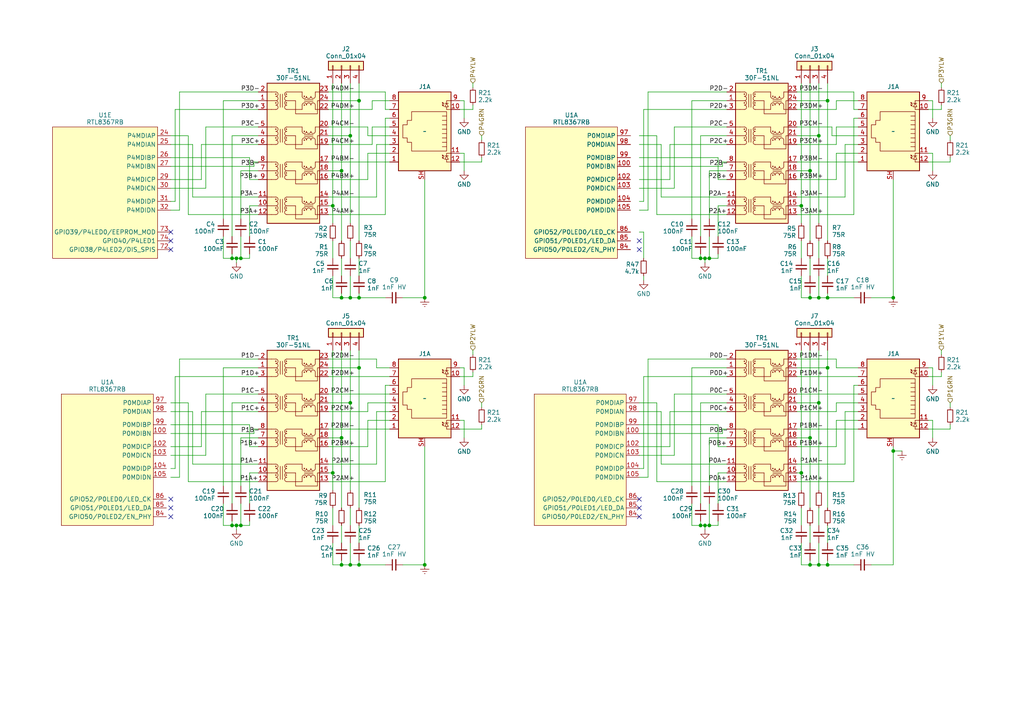
<source format=kicad_sch>
(kicad_sch (version 20230121) (generator eeschema)
  (paper "A4")
  (junction (at 232.41 137.16))
  (junction (at 234.95 127))
  (junction (at 204.47 74.93))
  (junction (at 69.85 74.93))
  (junction (at 68.58 74.93))
  (junction (at 101.6 39.37))
  (junction (at 99.06 127))
  (junction (at 104.14 106.68))
  (junction (at 234.95 163.83))
  (junction (at 96.52 137.16))
  (junction (at 237.49 163.83))
  (junction (at 240.03 86.36))
  (junction (at 203.2 74.93))
  (junction (at 101.6 116.84))
  (junction (at 205.74 74.93))
  (junction (at 237.49 86.36))
  (junction (at 96.52 59.69))
  (junction (at 67.31 74.93))
  (junction (at 123.19 86.36))
  (junction (at 101.6 86.36))
  (junction (at 259.08 86.36))
  (junction (at 68.58 152.4))
  (junction (at 104.14 86.36))
  (junction (at 234.95 86.36))
  (junction (at 99.06 86.36))
  (junction (at 69.85 152.4))
  (junction (at 203.2 152.4))
  (junction (at 240.03 29.21))
  (junction (at 232.41 59.69))
  (junction (at 237.49 116.84))
  (junction (at 205.74 152.4))
  (junction (at 104.14 29.21))
  (junction (at 234.95 49.53))
  (junction (at 237.49 39.37))
  (junction (at 104.14 163.83))
  (junction (at 99.06 49.53))
  (junction (at 240.03 163.83))
  (junction (at 259.08 130.81))
  (junction (at 204.47 152.4))
  (junction (at 240.03 106.68))
  (junction (at 123.19 163.83))
  (junction (at 99.06 163.83))
  (junction (at 67.31 152.4))
  (junction (at 101.6 163.83))
  (no_connect (at 49.53 67.31))
  (no_connect (at 185.42 149.86))
  (no_connect (at 49.53 144.78))
  (no_connect (at 49.53 147.32))
  (no_connect (at 49.53 149.86))
  (no_connect (at 49.53 72.39))
  (no_connect (at 185.42 69.85))
  (no_connect (at 185.42 144.78))
  (no_connect (at 185.42 72.39))
  (no_connect (at 49.53 69.85))
  (no_connect (at 185.42 147.32))
  (wire (pts (xy 231.14 119.38) (xy 242.57 119.38)))
  (wire (pts (xy 237.49 39.37) (xy 231.14 39.37)))
  (wire (pts (xy 210.82 46.99) (xy 209.55 46.99)))
  (wire (pts (xy 232.41 69.85) (xy 232.41 74.93)))
  (wire (pts (xy 72.39 129.54) (xy 74.93 129.54)))
  (wire (pts (xy 137.16 24.13) (xy 137.16 25.4)))
  (wire (pts (xy 232.41 101.6) (xy 232.41 137.16)))
  (wire (pts (xy 106.68 116.84) (xy 113.03 116.84)))
  (wire (pts (xy 96.52 24.13) (xy 96.52 59.69)))
  (wire (pts (xy 242.57 106.68) (xy 248.92 106.68)))
  (wire (pts (xy 69.85 127) (xy 69.85 140.97)))
  (wire (pts (xy 231.14 139.7) (xy 247.65 139.7)))
  (wire (pts (xy 95.25 104.14) (xy 109.22 104.14)))
  (wire (pts (xy 96.52 147.32) (xy 96.52 152.4)))
  (wire (pts (xy 104.14 152.4) (xy 104.14 157.48)))
  (wire (pts (xy 232.41 137.16) (xy 232.41 142.24)))
  (wire (pts (xy 54.61 39.37) (xy 54.61 62.23)))
  (wire (pts (xy 101.6 157.48) (xy 101.6 163.83)))
  (wire (pts (xy 275.59 124.46) (xy 275.59 123.19)))
  (wire (pts (xy 234.95 127) (xy 231.14 127)))
  (wire (pts (xy 67.31 152.4) (xy 64.77 152.4)))
  (wire (pts (xy 95.25 114.3) (xy 113.03 114.3)))
  (wire (pts (xy 232.41 163.83) (xy 234.95 163.83)))
  (wire (pts (xy 185.42 119.38) (xy 191.77 119.38)))
  (wire (pts (xy 106.68 39.37) (xy 113.03 39.37)))
  (wire (pts (xy 237.49 101.6) (xy 237.49 116.84)))
  (wire (pts (xy 99.06 101.6) (xy 99.06 127)))
  (wire (pts (xy 95.25 36.83) (xy 106.68 36.83)))
  (wire (pts (xy 259.08 130.81) (xy 259.08 163.83)))
  (wire (pts (xy 50.8 109.22) (xy 74.93 109.22)))
  (wire (pts (xy 73.66 124.46) (xy 73.66 125.73)))
  (wire (pts (xy 95.25 134.62) (xy 109.22 134.62)))
  (wire (pts (xy 104.14 24.13) (xy 104.14 29.21)))
  (wire (pts (xy 185.42 132.08) (xy 195.58 132.08)))
  (wire (pts (xy 185.42 45.72) (xy 208.28 45.72)))
  (wire (pts (xy 237.49 39.37) (xy 237.49 64.77)))
  (wire (pts (xy 208.28 59.69) (xy 208.28 68.58)))
  (wire (pts (xy 99.06 163.83) (xy 101.6 163.83)))
  (wire (pts (xy 49.53 41.91) (xy 55.88 41.91)))
  (wire (pts (xy 185.42 41.91) (xy 191.77 41.91)))
  (wire (pts (xy 74.93 137.16) (xy 72.39 137.16)))
  (wire (pts (xy 72.39 137.16) (xy 72.39 146.05)))
  (wire (pts (xy 49.53 125.73) (xy 73.66 125.73)))
  (wire (pts (xy 273.05 101.6) (xy 273.05 102.87)))
  (wire (pts (xy 72.39 152.4) (xy 69.85 152.4)))
  (wire (pts (xy 205.74 74.93) (xy 204.47 74.93)))
  (wire (pts (xy 247.65 26.67) (xy 247.65 31.75)))
  (wire (pts (xy 194.31 41.91) (xy 210.82 41.91)))
  (wire (pts (xy 107.95 29.21) (xy 107.95 31.75)))
  (wire (pts (xy 232.41 80.01) (xy 232.41 86.36)))
  (wire (pts (xy 133.35 46.99) (xy 139.7 46.99)))
  (wire (pts (xy 186.69 67.31) (xy 185.42 67.31)))
  (wire (pts (xy 113.03 36.83) (xy 107.95 36.83)))
  (wire (pts (xy 113.03 31.75) (xy 111.76 31.75)))
  (wire (pts (xy 240.03 152.4) (xy 240.03 157.48)))
  (wire (pts (xy 210.82 116.84) (xy 203.2 116.84)))
  (wire (pts (xy 208.28 52.07) (xy 210.82 52.07)))
  (wire (pts (xy 234.95 101.6) (xy 234.95 127)))
  (wire (pts (xy 195.58 36.83) (xy 195.58 54.61)))
  (wire (pts (xy 68.58 74.93) (xy 68.58 76.2)))
  (wire (pts (xy 190.5 116.84) (xy 190.5 139.7)))
  (wire (pts (xy 133.35 31.75) (xy 137.16 31.75)))
  (wire (pts (xy 200.66 140.97) (xy 200.66 106.68)))
  (wire (pts (xy 231.14 52.07) (xy 242.57 52.07)))
  (wire (pts (xy 252.73 86.36) (xy 259.08 86.36)))
  (wire (pts (xy 58.42 41.91) (xy 74.93 41.91)))
  (wire (pts (xy 232.41 86.36) (xy 234.95 86.36)))
  (wire (pts (xy 58.42 119.38) (xy 74.93 119.38)))
  (wire (pts (xy 139.7 46.99) (xy 139.7 45.72)))
  (wire (pts (xy 113.03 29.21) (xy 107.95 29.21)))
  (wire (pts (xy 104.14 29.21) (xy 95.25 29.21)))
  (wire (pts (xy 232.41 24.13) (xy 232.41 59.69)))
  (wire (pts (xy 269.24 29.21) (xy 270.51 29.21)))
  (wire (pts (xy 200.66 146.05) (xy 200.66 152.4)))
  (wire (pts (xy 133.35 44.45) (xy 134.62 44.45)))
  (wire (pts (xy 275.59 116.84) (xy 275.59 118.11)))
  (wire (pts (xy 95.25 26.67) (xy 111.76 26.67)))
  (wire (pts (xy 185.42 123.19) (xy 208.28 123.19)))
  (wire (pts (xy 237.49 116.84) (xy 237.49 142.24)))
  (wire (pts (xy 203.2 152.4) (xy 200.66 152.4)))
  (wire (pts (xy 240.03 101.6) (xy 240.03 106.68)))
  (wire (pts (xy 101.6 39.37) (xy 101.6 64.77)))
  (wire (pts (xy 269.24 44.45) (xy 270.51 44.45)))
  (wire (pts (xy 275.59 46.99) (xy 275.59 45.72)))
  (wire (pts (xy 96.52 137.16) (xy 95.25 137.16)))
  (wire (pts (xy 49.53 132.08) (xy 59.69 132.08)))
  (wire (pts (xy 231.14 26.67) (xy 247.65 26.67)))
  (wire (pts (xy 240.03 74.93) (xy 240.03 80.01)))
  (wire (pts (xy 247.65 62.23) (xy 247.65 34.29)))
  (wire (pts (xy 185.42 135.89) (xy 186.69 135.89)))
  (wire (pts (xy 67.31 74.93) (xy 64.77 74.93)))
  (wire (pts (xy 208.28 152.4) (xy 205.74 152.4)))
  (wire (pts (xy 59.69 36.83) (xy 74.93 36.83)))
  (wire (pts (xy 232.41 137.16) (xy 231.14 137.16)))
  (wire (pts (xy 74.93 46.99) (xy 73.66 46.99)))
  (wire (pts (xy 101.6 86.36) (xy 104.14 86.36)))
  (wire (pts (xy 240.03 29.21) (xy 240.03 69.85)))
  (wire (pts (xy 50.8 58.42) (xy 50.8 31.75)))
  (wire (pts (xy 111.76 31.75) (xy 111.76 26.67)))
  (wire (pts (xy 74.93 116.84) (xy 67.31 116.84)))
  (wire (pts (xy 107.95 36.83) (xy 107.95 41.91)))
  (wire (pts (xy 104.14 101.6) (xy 104.14 106.68)))
  (wire (pts (xy 185.42 60.96) (xy 187.96 60.96)))
  (wire (pts (xy 245.11 57.15) (xy 245.11 41.91)))
  (wire (pts (xy 208.28 137.16) (xy 208.28 146.05)))
  (wire (pts (xy 109.22 41.91) (xy 113.03 41.91)))
  (wire (pts (xy 247.65 139.7) (xy 247.65 111.76)))
  (wire (pts (xy 208.28 73.66) (xy 208.28 74.93)))
  (wire (pts (xy 240.03 163.83) (xy 247.65 163.83)))
  (wire (pts (xy 186.69 74.93) (xy 186.69 67.31)))
  (wire (pts (xy 99.06 152.4) (xy 99.06 157.48)))
  (wire (pts (xy 190.5 39.37) (xy 185.42 39.37)))
  (wire (pts (xy 96.52 69.85) (xy 96.52 74.93)))
  (wire (pts (xy 64.77 29.21) (xy 74.93 29.21)))
  (wire (pts (xy 185.42 58.42) (xy 186.69 58.42)))
  (wire (pts (xy 139.7 39.37) (xy 139.7 40.64)))
  (wire (pts (xy 72.39 45.72) (xy 72.39 52.07)))
  (wire (pts (xy 269.24 124.46) (xy 275.59 124.46)))
  (wire (pts (xy 240.03 29.21) (xy 231.14 29.21)))
  (wire (pts (xy 109.22 134.62) (xy 109.22 119.38)))
  (wire (pts (xy 194.31 119.38) (xy 210.82 119.38)))
  (wire (pts (xy 240.03 86.36) (xy 247.65 86.36)))
  (wire (pts (xy 209.55 124.46) (xy 209.55 125.73)))
  (wire (pts (xy 64.77 63.5) (xy 64.77 29.21)))
  (wire (pts (xy 72.39 123.19) (xy 72.39 129.54)))
  (wire (pts (xy 133.35 124.46) (xy 139.7 124.46)))
  (wire (pts (xy 72.39 59.69) (xy 72.39 68.58)))
  (wire (pts (xy 107.95 31.75) (xy 95.25 31.75)))
  (wire (pts (xy 99.06 162.56) (xy 99.06 163.83)))
  (wire (pts (xy 139.7 116.84) (xy 139.7 118.11)))
  (wire (pts (xy 190.5 116.84) (xy 185.42 116.84)))
  (wire (pts (xy 205.74 74.93) (xy 205.74 68.58)))
  (wire (pts (xy 186.69 109.22) (xy 210.82 109.22)))
  (wire (pts (xy 242.57 29.21) (xy 242.57 31.75)))
  (wire (pts (xy 205.74 152.4) (xy 205.74 146.05)))
  (wire (pts (xy 52.07 104.14) (xy 52.07 138.43)))
  (wire (pts (xy 72.39 74.93) (xy 69.85 74.93)))
  (wire (pts (xy 52.07 26.67) (xy 52.07 60.96)))
  (wire (pts (xy 273.05 31.75) (xy 273.05 30.48)))
  (wire (pts (xy 74.93 59.69) (xy 72.39 59.69)))
  (wire (pts (xy 210.82 137.16) (xy 208.28 137.16)))
  (wire (pts (xy 241.3 39.37) (xy 248.92 39.37)))
  (wire (pts (xy 99.06 85.09) (xy 99.06 86.36)))
  (wire (pts (xy 111.76 62.23) (xy 111.76 34.29)))
  (wire (pts (xy 240.03 163.83) (xy 240.03 162.56)))
  (wire (pts (xy 95.25 57.15) (xy 109.22 57.15)))
  (wire (pts (xy 269.24 106.68) (xy 270.51 106.68)))
  (wire (pts (xy 210.82 134.62) (xy 191.77 134.62)))
  (wire (pts (xy 49.53 60.96) (xy 52.07 60.96)))
  (wire (pts (xy 99.06 127) (xy 95.25 127)))
  (wire (pts (xy 231.14 104.14) (xy 242.57 104.14)))
  (wire (pts (xy 208.28 129.54) (xy 210.82 129.54)))
  (wire (pts (xy 186.69 58.42) (xy 186.69 31.75)))
  (wire (pts (xy 234.95 74.93) (xy 234.95 80.01)))
  (wire (pts (xy 245.11 134.62) (xy 245.11 119.38)))
  (wire (pts (xy 205.74 127) (xy 205.74 140.97)))
  (wire (pts (xy 210.82 57.15) (xy 191.77 57.15)))
  (wire (pts (xy 270.51 121.92) (xy 270.51 127)))
  (wire (pts (xy 64.77 106.68) (xy 64.77 140.97)))
  (wire (pts (xy 137.16 31.75) (xy 137.16 30.48)))
  (wire (pts (xy 273.05 109.22) (xy 273.05 107.95)))
  (wire (pts (xy 95.25 46.99) (xy 113.03 46.99)))
  (wire (pts (xy 187.96 26.67) (xy 210.82 26.67)))
  (wire (pts (xy 73.66 46.99) (xy 73.66 48.26)))
  (wire (pts (xy 247.65 111.76) (xy 248.92 111.76)))
  (wire (pts (xy 210.82 39.37) (xy 203.2 39.37)))
  (wire (pts (xy 242.57 52.07) (xy 242.57 44.45)))
  (wire (pts (xy 237.49 116.84) (xy 231.14 116.84)))
  (wire (pts (xy 203.2 74.93) (xy 200.66 74.93)))
  (wire (pts (xy 104.14 29.21) (xy 104.14 69.85)))
  (wire (pts (xy 237.49 157.48) (xy 237.49 163.83)))
  (wire (pts (xy 231.14 109.22) (xy 248.92 109.22)))
  (wire (pts (xy 205.74 127) (xy 210.82 127)))
  (wire (pts (xy 186.69 80.01) (xy 186.69 81.28)))
  (wire (pts (xy 133.35 106.68) (xy 134.62 106.68)))
  (wire (pts (xy 240.03 86.36) (xy 240.03 85.09)))
  (wire (pts (xy 101.6 116.84) (xy 101.6 142.24)))
  (wire (pts (xy 69.85 127) (xy 74.93 127)))
  (wire (pts (xy 50.8 135.89) (xy 50.8 109.22)))
  (wire (pts (xy 96.52 101.6) (xy 96.52 137.16)))
  (wire (pts (xy 259.08 52.07) (xy 259.08 86.36)))
  (wire (pts (xy 190.5 39.37) (xy 190.5 62.23)))
  (wire (pts (xy 55.88 57.15) (xy 55.88 41.91)))
  (wire (pts (xy 96.52 86.36) (xy 99.06 86.36)))
  (wire (pts (xy 49.53 129.54) (xy 58.42 129.54)))
  (wire (pts (xy 109.22 104.14) (xy 109.22 106.68)))
  (wire (pts (xy 104.14 163.83) (xy 104.14 162.56)))
  (wire (pts (xy 245.11 41.91) (xy 248.92 41.91)))
  (wire (pts (xy 106.68 129.54) (xy 106.68 121.92)))
  (wire (pts (xy 270.51 106.68) (xy 270.51 111.76)))
  (wire (pts (xy 99.06 24.13) (xy 99.06 49.53)))
  (wire (pts (xy 232.41 59.69) (xy 232.41 64.77)))
  (wire (pts (xy 101.6 39.37) (xy 95.25 39.37)))
  (wire (pts (xy 269.24 31.75) (xy 273.05 31.75)))
  (wire (pts (xy 203.2 151.13) (xy 203.2 152.4)))
  (wire (pts (xy 106.68 52.07) (xy 106.68 44.45)))
  (wire (pts (xy 186.69 135.89) (xy 186.69 109.22)))
  (wire (pts (xy 67.31 151.13) (xy 67.31 152.4)))
  (wire (pts (xy 74.93 124.46) (xy 73.66 124.46)))
  (wire (pts (xy 101.6 147.32) (xy 101.6 152.4)))
  (wire (pts (xy 204.47 152.4) (xy 204.47 153.67)))
  (wire (pts (xy 273.05 24.13) (xy 273.05 25.4)))
  (wire (pts (xy 195.58 114.3) (xy 195.58 132.08)))
  (wire (pts (xy 74.93 57.15) (xy 55.88 57.15)))
  (wire (pts (xy 134.62 29.21) (xy 134.62 34.29)))
  (wire (pts (xy 95.25 41.91) (xy 107.95 41.91)))
  (wire (pts (xy 133.35 109.22) (xy 137.16 109.22)))
  (wire (pts (xy 241.3 36.83) (xy 241.3 39.37)))
  (wire (pts (xy 210.82 139.7) (xy 190.5 139.7)))
  (wire (pts (xy 101.6 24.13) (xy 101.6 39.37)))
  (wire (pts (xy 58.42 41.91) (xy 58.42 52.07)))
  (wire (pts (xy 234.95 86.36) (xy 237.49 86.36)))
  (wire (pts (xy 68.58 152.4) (xy 67.31 152.4)))
  (wire (pts (xy 237.49 80.01) (xy 237.49 86.36)))
  (wire (pts (xy 96.52 59.69) (xy 96.52 64.77)))
  (wire (pts (xy 54.61 116.84) (xy 49.53 116.84)))
  (wire (pts (xy 205.74 49.53) (xy 205.74 63.5)))
  (wire (pts (xy 55.88 134.62) (xy 55.88 119.38)))
  (wire (pts (xy 232.41 157.48) (xy 232.41 163.83)))
  (wire (pts (xy 242.57 36.83) (xy 248.92 36.83)))
  (wire (pts (xy 49.53 45.72) (xy 72.39 45.72)))
  (wire (pts (xy 194.31 41.91) (xy 194.31 52.07)))
  (wire (pts (xy 234.95 24.13) (xy 234.95 49.53)))
  (wire (pts (xy 109.22 119.38) (xy 113.03 119.38)))
  (wire (pts (xy 69.85 152.4) (xy 69.85 146.05)))
  (wire (pts (xy 123.19 52.07) (xy 123.19 86.36)))
  (wire (pts (xy 69.85 152.4) (xy 68.58 152.4)))
  (wire (pts (xy 191.77 57.15) (xy 191.77 41.91)))
  (wire (pts (xy 69.85 49.53) (xy 69.85 63.5)))
  (wire (pts (xy 134.62 121.92) (xy 134.62 127)))
  (wire (pts (xy 185.42 54.61) (xy 195.58 54.61)))
  (wire (pts (xy 96.52 157.48) (xy 96.52 163.83)))
  (wire (pts (xy 101.6 116.84) (xy 95.25 116.84)))
  (wire (pts (xy 232.41 147.32) (xy 232.41 152.4)))
  (wire (pts (xy 270.51 44.45) (xy 270.51 49.53)))
  (wire (pts (xy 95.25 62.23) (xy 111.76 62.23)))
  (wire (pts (xy 231.14 31.75) (xy 242.57 31.75)))
  (wire (pts (xy 109.22 57.15) (xy 109.22 41.91)))
  (wire (pts (xy 101.6 101.6) (xy 101.6 116.84)))
  (wire (pts (xy 74.93 134.62) (xy 55.88 134.62)))
  (wire (pts (xy 242.57 121.92) (xy 248.92 121.92)))
  (wire (pts (xy 104.14 106.68) (xy 104.14 147.32)))
  (wire (pts (xy 210.82 62.23) (xy 190.5 62.23)))
  (wire (pts (xy 242.57 44.45) (xy 248.92 44.45)))
  (wire (pts (xy 96.52 80.01) (xy 96.52 86.36)))
  (wire (pts (xy 68.58 74.93) (xy 67.31 74.93)))
  (wire (pts (xy 194.31 119.38) (xy 194.31 129.54)))
  (wire (pts (xy 137.16 101.6) (xy 137.16 102.87)))
  (wire (pts (xy 208.28 123.19) (xy 208.28 129.54)))
  (wire (pts (xy 275.59 39.37) (xy 275.59 40.64)))
  (wire (pts (xy 234.95 127) (xy 234.95 147.32)))
  (wire (pts (xy 104.14 86.36) (xy 104.14 85.09)))
  (wire (pts (xy 50.8 31.75) (xy 74.93 31.75)))
  (wire (pts (xy 109.22 106.68) (xy 113.03 106.68)))
  (wire (pts (xy 231.14 114.3) (xy 248.92 114.3)))
  (wire (pts (xy 247.65 34.29) (xy 248.92 34.29)))
  (wire (pts (xy 54.61 39.37) (xy 49.53 39.37)))
  (wire (pts (xy 231.14 46.99) (xy 248.92 46.99)))
  (wire (pts (xy 134.62 106.68) (xy 134.62 111.76)))
  (wire (pts (xy 64.77 68.58) (xy 64.77 74.93)))
  (wire (pts (xy 49.53 123.19) (xy 72.39 123.19)))
  (wire (pts (xy 99.06 49.53) (xy 99.06 69.85)))
  (wire (pts (xy 185.42 125.73) (xy 209.55 125.73)))
  (wire (pts (xy 72.39 52.07) (xy 74.93 52.07)))
  (wire (pts (xy 245.11 119.38) (xy 248.92 119.38)))
  (wire (pts (xy 58.42 119.38) (xy 58.42 129.54)))
  (wire (pts (xy 111.76 34.29) (xy 113.03 34.29)))
  (wire (pts (xy 191.77 134.62) (xy 191.77 119.38)))
  (wire (pts (xy 269.24 109.22) (xy 273.05 109.22)))
  (wire (pts (xy 111.76 139.7) (xy 111.76 111.76)))
  (wire (pts (xy 237.49 86.36) (xy 240.03 86.36)))
  (wire (pts (xy 252.73 163.83) (xy 259.08 163.83)))
  (wire (pts (xy 96.52 163.83) (xy 99.06 163.83)))
  (wire (pts (xy 248.92 29.21) (xy 242.57 29.21)))
  (wire (pts (xy 234.95 85.09) (xy 234.95 86.36)))
  (wire (pts (xy 208.28 74.93) (xy 205.74 74.93)))
  (wire (pts (xy 106.68 36.83) (xy 106.68 39.37)))
  (wire (pts (xy 133.35 121.92) (xy 134.62 121.92)))
  (wire (pts (xy 116.84 163.83) (xy 123.19 163.83)))
  (wire (pts (xy 210.82 59.69) (xy 208.28 59.69)))
  (wire (pts (xy 269.24 46.99) (xy 275.59 46.99)))
  (wire (pts (xy 104.14 86.36) (xy 111.76 86.36)))
  (wire (pts (xy 232.41 59.69) (xy 231.14 59.69)))
  (wire (pts (xy 242.57 104.14) (xy 242.57 106.68)))
  (wire (pts (xy 59.69 36.83) (xy 59.69 54.61)))
  (wire (pts (xy 106.68 44.45) (xy 113.03 44.45)))
  (wire (pts (xy 240.03 106.68) (xy 231.14 106.68)))
  (wire (pts (xy 69.85 74.93) (xy 68.58 74.93)))
  (wire (pts (xy 64.77 146.05) (xy 64.77 152.4)))
  (wire (pts (xy 49.53 119.38) (xy 55.88 119.38)))
  (wire (pts (xy 133.35 29.21) (xy 134.62 29.21)))
  (wire (pts (xy 67.31 73.66) (xy 67.31 74.93)))
  (wire (pts (xy 49.53 58.42) (xy 50.8 58.42)))
  (wire (pts (xy 68.58 152.4) (xy 68.58 153.67)))
  (wire (pts (xy 74.93 139.7) (xy 54.61 139.7)))
  (wire (pts (xy 59.69 114.3) (xy 74.93 114.3)))
  (wire (pts (xy 67.31 39.37) (xy 67.31 68.58)))
  (wire (pts (xy 240.03 24.13) (xy 240.03 29.21)))
  (wire (pts (xy 95.25 124.46) (xy 113.03 124.46)))
  (wire (pts (xy 203.2 73.66) (xy 203.2 74.93)))
  (wire (pts (xy 195.58 114.3) (xy 210.82 114.3)))
  (wire (pts (xy 139.7 124.46) (xy 139.7 123.19)))
  (wire (pts (xy 200.66 106.68) (xy 210.82 106.68)))
  (wire (pts (xy 248.92 116.84) (xy 242.57 116.84)))
  (wire (pts (xy 237.49 163.83) (xy 240.03 163.83)))
  (wire (pts (xy 231.14 134.62) (xy 245.11 134.62)))
  (wire (pts (xy 187.96 26.67) (xy 187.96 60.96)))
  (wire (pts (xy 72.39 73.66) (xy 72.39 74.93)))
  (wire (pts (xy 259.08 129.54) (xy 259.08 130.81)))
  (wire (pts (xy 106.68 116.84) (xy 106.68 119.38)))
  (wire (pts (xy 95.25 119.38) (xy 106.68 119.38)))
  (wire (pts (xy 69.85 49.53) (xy 74.93 49.53)))
  (wire (pts (xy 259.08 130.81) (xy 261.62 130.81)))
  (wire (pts (xy 95.25 129.54) (xy 106.68 129.54)))
  (wire (pts (xy 187.96 104.14) (xy 210.82 104.14)))
  (wire (pts (xy 234.95 49.53) (xy 231.14 49.53)))
  (wire (pts (xy 205.74 152.4) (xy 204.47 152.4)))
  (wire (pts (xy 237.49 24.13) (xy 237.49 39.37)))
  (wire (pts (xy 237.49 147.32) (xy 237.49 152.4)))
  (wire (pts (xy 99.06 127) (xy 99.06 147.32)))
  (wire (pts (xy 247.65 31.75) (xy 248.92 31.75)))
  (wire (pts (xy 186.69 31.75) (xy 210.82 31.75)))
  (wire (pts (xy 270.51 29.21) (xy 270.51 34.29)))
  (wire (pts (xy 187.96 104.14) (xy 187.96 138.43)))
  (wire (pts (xy 185.42 129.54) (xy 194.31 129.54)))
  (wire (pts (xy 95.25 139.7) (xy 111.76 139.7)))
  (wire (pts (xy 185.42 48.26) (xy 209.55 48.26)))
  (wire (pts (xy 64.77 106.68) (xy 74.93 106.68)))
  (wire (pts (xy 231.14 129.54) (xy 242.57 129.54)))
  (wire (pts (xy 203.2 116.84) (xy 203.2 146.05)))
  (wire (pts (xy 52.07 26.67) (xy 74.93 26.67)))
  (wire (pts (xy 67.31 116.84) (xy 67.31 146.05)))
  (wire (pts (xy 106.68 121.92) (xy 113.03 121.92)))
  (wire (pts (xy 200.66 29.21) (xy 210.82 29.21)))
  (wire (pts (xy 195.58 36.83) (xy 210.82 36.83)))
  (wire (pts (xy 101.6 80.01) (xy 101.6 86.36)))
  (wire (pts (xy 49.53 48.26) (xy 73.66 48.26)))
  (wire (pts (xy 72.39 151.13) (xy 72.39 152.4)))
  (wire (pts (xy 99.06 86.36) (xy 101.6 86.36)))
  (wire (pts (xy 204.47 152.4) (xy 203.2 152.4)))
  (wire (pts (xy 137.16 109.22) (xy 137.16 107.95)))
  (wire (pts (xy 101.6 69.85) (xy 101.6 74.93)))
  (wire (pts (xy 208.28 45.72) (xy 208.28 52.07)))
  (wire (pts (xy 234.95 152.4) (xy 234.95 157.48)))
  (wire (pts (xy 69.85 74.93) (xy 69.85 68.58)))
  (wire (pts (xy 200.66 63.5) (xy 200.66 29.21)))
  (wire (pts (xy 54.61 116.84) (xy 54.61 139.7)))
  (wire (pts (xy 95.25 52.07) (xy 106.68 52.07)))
  (wire (pts (xy 234.95 163.83) (xy 237.49 163.83)))
  (wire (pts (xy 111.76 111.76) (xy 113.03 111.76)))
  (wire (pts (xy 234.95 49.53) (xy 234.95 69.85)))
  (wire (pts (xy 209.55 46.99) (xy 209.55 48.26)))
  (wire (pts (xy 74.93 39.37) (xy 67.31 39.37)))
  (wire (pts (xy 104.14 106.68) (xy 95.25 106.68)))
  (wire (pts (xy 116.84 86.36) (xy 123.19 86.36)))
  (wire (pts (xy 240.03 106.68) (xy 240.03 147.32)))
  (wire (pts (xy 96.52 59.69) (xy 95.25 59.69)))
  (wire (pts (xy 49.53 138.43) (xy 52.07 138.43)))
  (wire (pts (xy 104.14 74.93) (xy 104.14 80.01)))
  (wire (pts (xy 104.14 163.83) (xy 111.76 163.83)))
  (wire (pts (xy 59.69 114.3) (xy 59.69 132.08)))
  (wire (pts (xy 231.14 41.91) (xy 242.57 41.91)))
  (wire (pts (xy 242.57 129.54) (xy 242.57 121.92)))
  (wire (pts (xy 185.42 138.43) (xy 187.96 138.43)))
  (wire (pts (xy 95.25 109.22) (xy 113.03 109.22)))
  (wire (pts (xy 49.53 54.61) (xy 59.69 54.61)))
  (wire (pts (xy 74.93 62.23) (xy 54.61 62.23)))
  (wire (pts (xy 231.14 36.83) (xy 241.3 36.83)))
  (wire (pts (xy 234.95 162.56) (xy 234.95 163.83)))
  (wire (pts (xy 49.53 52.07) (xy 58.42 52.07)))
  (wire (pts (xy 208.28 151.13) (xy 208.28 152.4)))
  (wire (pts (xy 185.42 52.07) (xy 194.31 52.07)))
  (wire (pts (xy 237.49 69.85) (xy 237.49 74.93)))
  (wire (pts (xy 204.47 74.93) (xy 204.47 76.2)))
  (wire (pts (xy 269.24 121.92) (xy 270.51 121.92)))
  (wire (pts (xy 231.14 57.15) (xy 245.11 57.15)))
  (wire (pts (xy 123.19 129.54) (xy 123.19 163.83)))
  (wire (pts (xy 204.47 74.93) (xy 203.2 74.93)))
  (wire (pts (xy 205.74 49.53) (xy 210.82 49.53)))
  (wire (pts (xy 200.66 68.58) (xy 200.66 74.93)))
  (wire (pts (xy 231.14 62.23) (xy 247.65 62.23)))
  (wire (pts (xy 101.6 163.83) (xy 104.14 163.83)))
  (wire (pts (xy 96.52 137.16) (xy 96.52 142.24)))
  (wire (pts (xy 49.53 135.89) (xy 50.8 135.89)))
  (wire (pts (xy 99.06 49.53) (xy 95.25 49.53)))
  (wire (pts (xy 52.07 104.14) (xy 74.93 104.14)))
  (wire (pts (xy 203.2 39.37) (xy 203.2 68.58)))
  (wire (pts (xy 242.57 36.83) (xy 242.57 41.91)))
  (wire (pts (xy 99.06 74.93) (xy 99.06 80.01)))
  (wire (pts (xy 134.62 44.45) (xy 134.62 49.53)))
  (wire (pts (xy 242.57 116.84) (xy 242.57 119.38)))
  (wire (pts (xy 210.82 124.46) (xy 209.55 124.46)))
  (wire (pts (xy 231.14 124.46) (xy 248.92 124.46)))
  (label "P1C-" (at 69.85 114.3 0))
  (label "P1BM+" (at 238.76 129.54 180))
  (label "P2DM+" (at 102.87 109.22 180))
  (label "P1B+" (at 74.93 129.54 180))
  (label "P1B-" (at 69.85 125.73 0))
  (label "P0C+" (at 205.74 119.38 0))
  (label "P1C+" (at 69.85 119.38 0))
  (label "P0C-" (at 205.74 114.3 0))
  (label "P3BM+" (at 238.76 52.07 180))
  (label "P2DM-" (at 102.87 104.14 180))
  (label "P3DM-" (at 238.76 26.67 180))
  (label "P2AM+" (at 102.87 139.7 180))
  (label "P4AM-" (at 102.87 57.15 180))
  (label "P2C+" (at 205.74 41.91 0))
  (label "P2D+" (at 205.74 31.75 0))
  (label "P0D-" (at 205.74 104.14 0))
  (label "P1CM-" (at 238.76 114.3 180))
  (label "P1CM+" (at 238.76 119.38 180))
  (label "P3AM-" (at 238.76 57.15 180))
  (label "P2BM-" (at 102.87 124.46 180))
  (label "P1BM-" (at 238.76 124.46 180))
  (label "P1AM+" (at 238.76 139.7 180))
  (label "P4DM-" (at 102.87 26.67 180))
  (label "P3DM+" (at 238.76 31.75 180))
  (label "P3A-" (at 74.93 57.15 180))
  (label "P1A-" (at 74.93 134.62 180))
  (label "P2BM+" (at 102.87 129.54 180))
  (label "P0D+" (at 205.74 109.22 0))
  (label "P0A-" (at 210.82 134.62 180))
  (label "P2A+" (at 210.82 62.23 180))
  (label "P1D-" (at 69.85 104.14 0))
  (label "P2B+" (at 210.82 52.07 180))
  (label "P3D-" (at 69.85 26.67 0))
  (label "P2D-" (at 205.74 26.67 0))
  (label "P0B-" (at 205.74 125.73 0))
  (label "P2B-" (at 205.74 48.26 0))
  (label "P0A+" (at 210.82 139.7 180))
  (label "P4DM+" (at 102.87 31.75 180))
  (label "P1AM-" (at 238.76 134.62 180))
  (label "P4AM+" (at 102.87 62.23 180))
  (label "P2AM-" (at 102.87 134.62 180))
  (label "P2A-" (at 210.82 57.15 180))
  (label "P4BM-" (at 102.87 46.99 180))
  (label "P3C+" (at 69.85 41.91 0))
  (label "P4BM+" (at 102.87 52.07 180))
  (label "P3AM+" (at 238.76 62.23 180))
  (label "P3B+" (at 74.93 52.07 180))
  (label "P1D+" (at 69.85 109.22 0))
  (label "P2CM+" (at 102.87 119.38 180))
  (label "P0B+" (at 210.82 129.54 180))
  (label "P3D+" (at 69.85 31.75 0))
  (label "P2CM-" (at 102.87 114.3 180))
  (label "P3CM+" (at 238.76 41.91 180))
  (label "P3C-" (at 69.85 36.83 0))
  (label "P1DM+" (at 238.76 109.22 180))
  (label "P3B-" (at 69.85 48.26 0))
  (label "P2C-" (at 205.74 36.83 0))
  (label "P3CM-" (at 238.76 36.83 180))
  (label "P3BM-" (at 238.76 46.99 180))
  (label "P3A+" (at 74.93 62.23 180))
  (label "P4CM-" (at 102.87 36.83 180))
  (label "P1A+" (at 74.93 139.7 180))
  (label "P1DM-" (at 238.76 104.14 180))
  (label "P4CM+" (at 102.87 41.91 180))
  (hierarchical_label "P2YLW" (shape input) (at 137.16 101.6 90))
  (hierarchical_label "P3YLW" (shape input) (at 273.05 24.13 90))
  (hierarchical_label "P1YLW" (shape input) (at 273.05 101.6 90))
  (hierarchical_label "P3GRN" (shape input) (at 275.59 39.37 90))
  (hierarchical_label "P4GRN" (shape input) (at 139.7 39.37 90))
  (hierarchical_label "P1GRN" (shape input) (at 275.59 116.84 90))
  (hierarchical_label "P2GRN" (shape input) (at 139.7 116.84 90))
  (hierarchical_label "P4YLW" (shape input) (at 137.16 24.13 90))
  (symbol (lib_id "Device:C_Small") (at 99.06 160.02 0) (mirror y) (unit 1)
    (property "Reference" "C24" (at 96.7359 159.0023 0) (effects (justify left)))
    (property "Value" "1nF" (at 96.7359 161.0503 0) (effects (justify left)))
    (property "Footprint" "Capacitor_SMD:C_0402_1005Metric" (effects hide))
    (property "LCSC" "C1523" (effects hide))
  )
  (symbol (lib_id "Device:C_Small") (at 200.66 66.04 0) (mirror y) (unit 1)
    (property "Reference" "C10" (at 198.3359 65.0223 0) (effects (justify left)))
    (property "Value" "100nF" (at 198.3359 67.0703 0) (effects (justify left)))
    (property "Footprint" "Capacitor_SMD:C_0402_1005Metric" (effects hide))
    (property "LCSC" "C1525" (effects hide))
  )
  (symbol (lib_id "Device:R_Small") (at 99.06 149.86 0) (mirror y) (unit 1)
    (property "Reference" "R10" (at 95.25 149.082 0) (effects (justify left)))
    (property "Value" "75R" (at 95.25 151.13 0) (effects (justify left)))
    (property "Footprint" "Resistor_SMD:R_0402_1005Metric" (effects hide))
    (property "LCSC" "C25133" (effects hide))
  )
  (symbol (lib_id "Device:C_Small") (at 203.2 71.12 0) (mirror y) (unit 1)
    (property "Reference" "C11" (at 200.8759 70.1023 0) (effects (justify left)))
    (property "Value" "100nF" (at 200.8759 72.1503 0) (effects (justify left)))
    (property "Footprint" "Capacitor_SMD:C_0402_1005Metric" (effects hide))
    (property "LCSC" "C1525" (effects hide))
  )
  (symbol (lib_id "Device:C_Small") (at 96.52 77.47 0) (mirror y) (unit 1)
    (property "Reference" "C5" (at 94.1959 76.4523 0) (effects (justify left)))
    (property "Value" "1nF" (at 94.1959 78.5003 0) (effects (justify left)))
    (property "Footprint" "Capacitor_SMD:C_0402_1005Metric" (effects hide))
    (property "LCSC" "C1523" (effects hide))
  )
  (symbol (lib_id "Device:C_Small") (at 208.28 71.12 0) (unit 1)
    (property "Reference" "C13" (at 210.6041 70.1023 0) (effects (justify left)))
    (property "Value" "100nF" (at 210.6041 72.1503 0) (effects (justify left)))
    (property "Footprint" "Capacitor_SMD:C_0402_1005Metric" (effects hide))
    (property "LCSC" "C1525" (effects hide))
  )
  (symbol (lib_id "Device:C_Small") (at 205.74 143.51 180) (unit 1)
    (property "Reference" "C30" (at 208.0641 142.4796 0) (effects (justify right)))
    (property "Value" "100nF" (at 208.0641 144.5276 0) (effects (justify right)))
    (property "Footprint" "Capacitor_SMD:C_0402_1005Metric" (effects hide))
    (property "LCSC" "C1525" (effects hide))
  )
  (symbol (lib_id "power:GND") (at 134.62 127 0) (unit 1)
    (property "Reference" "#PWR0166" (effects hide))
    (property "Value" "GND" (at 134.62 130.945 0))
  )
  (symbol (lib_id "Device:R_Small") (at 137.16 105.41 0) (unit 1)
    (property "Reference" "R21" (at 138.6586 104.386 0) (effects (justify left)))
    (property "Value" "2.2k" (at 138.6586 106.434 0) (effects (justify left)))
    (property "Footprint" "Resistor_SMD:R_0402_1005Metric" (effects hide))
    (property "LCSC" "C25879" (effects hide))
    (instances (project "OpenHomeSwitch" (path "" (reference "R21") (unit 1)) (path "" (reference "R26") (unit 1)) (path "" (reference "R58") (unit 1)) (path "" (reference "R103") (unit 1))))
  )
  (symbol (lib_id "Device:C_Small") (at 237.49 77.47 180) (unit 1)
    (property "Reference" "C16" (at 239.8141 76.4396 0) (effects (justify right)))
    (property "Value" "1nF" (at 239.8141 78.4876 0) (effects (justify right)))
    (property "Footprint" "Capacitor_SMD:C_0402_1005Metric" (effects hide))
    (property "LCSC" "C1523" (effects hide))
  )
  (symbol (lib_id "power:Earth") (at 259.08 86.36 0) (unit 1)
    (property "Reference" "#PWR066" (effects hide))
    (property "Value" "Earth" (effects hide))
  )
  (symbol (lib_id "Device:C_Small") (at 240.03 82.55 0) (unit 1)
    (property "Reference" "C17" (at 242.3541 81.5323 0) (effects (justify left)))
    (property "Value" "1nF" (at 242.3541 83.5803 0) (effects (justify left)))
    (property "Footprint" "Capacitor_SMD:C_0402_1005Metric" (effects hide))
    (property "LCSC" "C1523" (effects hide))
  )
  (symbol (lib_id "Transformer:30F-51NL") (at 85.09 44.45 0) (unit 1)
    (property "Reference" "TR1" (at 85.09 20.55 0))
    (property "Value" "30F-51NL" (at 85.09 22.598 0))
    (property "Footprint" "Transformer_SMD:Transformer_Ethernet_YDS_30F-51NL_SO-24_7.1x15.1mm" (effects hide))
    (property "Datasheet" "https://datasheet.lcsc.com/lcsc/1811051610_Shanghai-YDS-Tech-30F-51NL_C123168.pdf" (effects hide))
    (property "LCSC" "C507595" (effects hide))
  )
  (symbol (lib_id "Device:C_Small") (at 114.3 86.36 90) (unit 1)
    (property "Reference" "C9" (at 114.3063 81.2179 90))
    (property "Value" "1nF HV" (at 114.3063 83.2659 90))
    (property "Footprint" "Capacitor_SMD:C_1206_3216Metric" (effects hide))
    (property "LCSC" "C9196" (effects hide))
  )
  (symbol (lib_id "power:GND") (at 134.62 34.29 0) (unit 1)
    (property "Reference" "#PWR0162" (effects hide))
    (property "Value" "GND" (at 134.62 38.235 0))
  )
  (symbol (lib_id "Device:C_Small") (at 64.77 66.04 0) (mirror y) (unit 1)
    (property "Reference" "C4" (at 62.4459 65.0223 0) (effects (justify left)))
    (property "Value" "100nF" (at 62.4459 67.0703 0) (effects (justify left)))
    (property "Footprint" "Capacitor_SMD:C_0402_1005Metric" (effects hide))
    (property "LCSC" "C1525" (effects hide))
  )
  (symbol (lib_id "Connector_Generic:Conn_01x04") (at 234.95 96.52 90) (unit 1)
    (property "Reference" "J7" (at 236.22 91.67 90))
    (property "Value" "Conn_01x04" (at 236.22 93.718 90))
    (property "Footprint" "Connector_PinHeader_2.54mm:PinHeader_1x04_P2.54mm_Vertical" (effects hide))
    (property "LCSC" "C780062" (effects hide))
  )
  (symbol (lib_id "Device:R_Small") (at 237.49 67.31 0) (unit 1)
    (property "Reference" "R7" (at 241.3 66.04 0) (effects (justify left)))
    (property "Value" "75R" (at 241.3 68.088 0) (effects (justify left)))
    (property "Footprint" "Resistor_SMD:R_0402_1005Metric" (effects hide))
    (property "LCSC" "C25133" (effects hide))
  )
  (symbol (lib_id "Device:R_Small") (at 275.59 120.65 0) (unit 1)
    (property "Reference" "R21" (at 277.0886 119.626 0) (effects (justify left)))
    (property "Value" "2.2k" (at 277.0886 121.674 0) (effects (justify left)))
    (property "Footprint" "Resistor_SMD:R_0402_1005Metric" (effects hide))
    (property "LCSC" "C25879" (effects hide))
    (instances (project "OpenHomeSwitch" (path "" (reference "R21") (unit 1)) (path "" (reference "R26") (unit 1)) (path "" (reference "R58") (unit 1)) (path "" (reference "R104") (unit 1))))
  )
  (symbol (lib_id "Connector_Generic:Conn_01x04") (at 99.06 19.05 90) (unit 1)
    (property "Reference" "J2" (at 100.33 14.2 90))
    (property "Value" "Conn_01x04" (at 100.33 16.248 90))
    (property "Footprint" "Connector_PinHeader_2.54mm:PinHeader_1x04_P2.54mm_Vertical" (effects hide))
    (property "LCSC" "C780062" (effects hide))
  )
  (symbol (lib_id "Device:R_Small") (at 101.6 144.78 0) (unit 1)
    (property "Reference" "R11" (at 105.41 143.51 0) (effects (justify left)))
    (property "Value" "75R" (at 105.41 145.558 0) (effects (justify left)))
    (property "Footprint" "Resistor_SMD:R_0402_1005Metric" (effects hide))
    (property "LCSC" "C25133" (effects hide))
  )
  (symbol (lib_id "Connector_RJ_HCTL:HC-RJ45-5JA-4-1") (at 259.08 115.57 0) (mirror y) (unit 1)
    (property "Reference" "J1" (at 259.08 102.608 0))
    (property "Value" "~" (at 259.08 115.57 0))
    (property "Footprint" "Connector_RJ_HCTL:HC-RJ45-5JA-4-1" (effects hide))
    (property "LCSC" "C3000182" (effects hide))
    (instances (project "OpenHomeSwitch" (path "" (reference "J1") (unit 1)) (path "" (reference "J1") (unit 4))))
  )
  (symbol (lib_id "power:Earth") (at 123.19 86.36 0) (unit 1)
    (property "Reference" "#PWR064" (effects hide))
    (property "Value" "Earth" (effects hide))
  )
  (symbol (lib_id "Device:R_Small") (at 96.52 67.31 0) (mirror y) (unit 1)
    (property "Reference" "R2" (at 95.0214 66.286 0) (effects (justify left)))
    (property "Value" "75R" (at 95.0214 68.334 0) (effects (justify left)))
    (property "Footprint" "Resistor_SMD:R_0402_1005Metric" (effects hide))
    (property "Datasheet" "C25133" (effects hide))
  )
  (symbol (lib_id "Device:R_Small") (at 232.41 67.31 0) (mirror y) (unit 1)
    (property "Reference" "R5" (at 230.9114 66.286 0) (effects (justify left)))
    (property "Value" "75R" (at 230.9114 68.334 0) (effects (justify left)))
    (property "Footprint" "Resistor_SMD:R_0402_1005Metric" (effects hide))
    (property "LCSC" "C25133" (effects hide))
  )
  (symbol (lib_id "Device:R_Small") (at 273.05 105.41 0) (unit 1)
    (property "Reference" "R21" (at 274.5486 104.386 0) (effects (justify left)))
    (property "Value" "2.2k" (at 274.5486 106.434 0) (effects (justify left)))
    (property "Footprint" "Resistor_SMD:R_0402_1005Metric" (effects hide))
    (property "LCSC" "C25879" (effects hide))
    (instances (project "OpenHomeSwitch" (path "" (reference "R21") (unit 1)) (path "" (reference "R26") (unit 1)) (path "" (reference "R58") (unit 1)) (path "" (reference "R105") (unit 1))))
  )
  (symbol (lib_id "Device:R_Small") (at 232.41 144.78 0) (mirror y) (unit 1)
    (property "Reference" "R13" (at 230.9114 143.756 0) (effects (justify left)))
    (property "Value" "75R" (at 230.9114 145.804 0) (effects (justify left)))
    (property "Footprint" "Resistor_SMD:R_0402_1005Metric" (effects hide))
    (property "LCSC" "C25133" (effects hide))
  )
  (symbol (lib_id "Transformer:30F-51NL") (at 220.98 44.45 0) (unit 1)
    (property "Reference" "TR1" (at 220.98 20.55 0))
    (property "Value" "30F-51NL" (at 220.98 22.598 0))
    (property "Footprint" "Transformer_SMD:Transformer_Ethernet_YDS_30F-51NL_SO-24_7.1x15.1mm" (effects hide))
    (property "Datasheet" "https://datasheet.lcsc.com/lcsc/1811051610_Shanghai-YDS-Tech-30F-51NL_C123168.pdf" (effects hide))
    (property "LCSC" "C507595" (effects hide))
    (instances (project "OpenHomeSwitch" (path "" (reference "TR1") (unit 1)) (path "" (reference "TR2") (unit 1))))
  )
  (symbol (lib_id "Device:C_Small") (at 234.95 82.55 0) (mirror y) (unit 1)
    (property "Reference" "C15" (at 232.6259 81.5323 0) (effects (justify left)))
    (property "Value" "1nF" (at 232.6259 83.5803 0) (effects (justify left)))
    (property "Footprint" "Capacitor_SMD:C_0402_1005Metric" (effects hide))
    (property "LCSC" "C1523" (effects hide))
  )
  (symbol (lib_id "Device:C_Small") (at 208.28 148.59 0) (unit 1)
    (property "Reference" "C31" (at 210.6041 147.5723 0) (effects (justify left)))
    (property "Value" "100nF" (at 210.6041 149.6203 0) (effects (justify left)))
    (property "Footprint" "Capacitor_SMD:C_0402_1005Metric" (effects hide))
    (property "LCSC" "C1525" (effects hide))
  )
  (symbol (lib_id "Device:C_Small") (at 200.66 143.51 0) (mirror y) (unit 1)
    (property "Reference" "C28" (at 198.3359 142.4923 0) (effects (justify left)))
    (property "Value" "100nF" (at 198.3359 144.5403 0) (effects (justify left)))
    (property "Footprint" "Capacitor_SMD:C_0402_1005Metric" (effects hide))
    (property "LCSC" "C1525" (effects hide))
  )
  (symbol (lib_id "Device:R_Small") (at 99.06 72.39 0) (mirror y) (unit 1)
    (property "Reference" "R1" (at 95.25 71.612 0) (effects (justify left)))
    (property "Value" "75R" (at 95.25 73.66 0) (effects (justify left)))
    (property "Footprint" "Resistor_SMD:R_0402_1005Metric" (effects hide))
    (property "LCSC" "C25133" (effects hide))
  )
  (symbol (lib_id "Device:R_Small") (at 139.7 43.18 0) (unit 1)
    (property "Reference" "R21" (at 141.1986 42.156 0) (effects (justify left)))
    (property "Value" "2.2k" (at 141.1986 44.204 0) (effects (justify left)))
    (property "Footprint" "Resistor_SMD:R_0402_1005Metric" (effects hide))
    (property "LCSC" "C25879" (effects hide))
    (instances (project "OpenHomeSwitch" (path "" (reference "R21") (unit 1)) (path "" (reference "R26") (unit 1)) (path "" (reference "R58") (unit 1)) (path "" (reference "R98") (unit 1))))
  )
  (symbol (lib_id "Device:C_Small") (at 72.39 71.12 0) (unit 1)
    (property "Reference" "C1" (at 74.7141 70.1023 0) (effects (justify left)))
    (property "Value" "100nF" (at 74.7141 72.1503 0) (effects (justify left)))
    (property "Footprint" "Capacitor_SMD:C_0402_1005Metric" (effects hide))
    (property "LCSC" "C1525" (effects hide))
  )
  (symbol (lib_id "Device:C_Small") (at 67.31 148.59 0) (mirror y) (unit 1)
    (property "Reference" "C20" (at 64.9859 147.5723 0) (effects (justify left)))
    (property "Value" "100nF" (at 64.9859 149.6203 0) (effects (justify left)))
    (property "Footprint" "Capacitor_SMD:C_0402_1005Metric" (effects hide))
    (property "LCSC" "C1525" (effects hide))
  )
  (symbol (lib_id "Device:C_Small") (at 240.03 160.02 0) (unit 1)
    (property "Reference" "C35" (at 242.3541 159.0023 0) (effects (justify left)))
    (property "Value" "1nF" (at 242.3541 161.0503 0) (effects (justify left)))
    (property "Footprint" "Capacitor_SMD:C_0402_1005Metric" (effects hide))
    (property "LCSC" "C1523" (effects hide))
  )
  (symbol (lib_id "Device:R_Small") (at 137.16 27.94 0) (unit 1)
    (property "Reference" "R21" (at 138.6586 26.916 0) (effects (justify left)))
    (property "Value" "2.2k" (at 138.6586 28.964 0) (effects (justify left)))
    (property "Footprint" "Resistor_SMD:R_0402_1005Metric" (effects hide))
    (property "LCSC" "C25879" (effects hide))
    (instances (project "OpenHomeSwitch" (path "" (reference "R21") (unit 1)) (path "" (reference "R26") (unit 1)) (path "" (reference "R58") (unit 1)) (path "" (reference "R100") (unit 1))))
  )
  (symbol (lib_id "Device:C_Small") (at 203.2 148.59 0) (mirror y) (unit 1)
    (property "Reference" "C29" (at 200.8759 147.5723 0) (effects (justify left)))
    (property "Value" "100nF" (at 200.8759 149.6203 0) (effects (justify left)))
    (property "Footprint" "Capacitor_SMD:C_0402_1005Metric" (effects hide))
    (property "LCSC" "C1525" (effects hide))
  )
  (symbol (lib_id "Device:C_Small") (at 234.95 160.02 0) (mirror y) (unit 1)
    (property "Reference" "C33" (at 232.6259 159.0023 0) (effects (justify left)))
    (property "Value" "1nF" (at 232.6259 161.0503 0) (effects (justify left)))
    (property "Footprint" "Capacitor_SMD:C_0402_1005Metric" (effects hide))
    (property "LCSC" "C1523" (effects hide))
  )
  (symbol (lib_id "power:GND") (at 134.62 49.53 0) (unit 1)
    (property "Reference" "#PWR0161" (effects hide))
    (property "Value" "GND" (at 134.62 53.475 0))
  )
  (symbol (lib_id "Device:C_Small") (at 96.52 154.94 0) (mirror y) (unit 1)
    (property "Reference" "C23" (at 94.1959 153.9223 0) (effects (justify left)))
    (property "Value" "1nF" (at 94.1959 155.9703 0) (effects (justify left)))
    (property "Footprint" "Capacitor_SMD:C_0402_1005Metric" (effects hide))
    (property "LCSC" "C1523" (effects hide))
  )
  (symbol (lib_id "Device:R_Small") (at 96.52 144.78 0) (mirror y) (unit 1)
    (property "Reference" "R9" (at 95.0214 143.756 0) (effects (justify left)))
    (property "Value" "75R" (at 95.0214 145.804 0) (effects (justify left)))
    (property "Footprint" "Resistor_SMD:R_0402_1005Metric" (effects hide))
    (property "LCSC" "C25133" (effects hide))
  )
  (symbol (lib_id "power:Earth") (at 261.62 130.81 0) (unit 1)
    (property "Reference" "#PWR067" (effects hide))
    (property "Value" "Earth" (effects hide))
  )
  (symbol (lib_id "Transformer:30F-51NL") (at 220.98 121.92 0) (unit 1)
    (property "Reference" "TR1" (at 220.98 98.02 0))
    (property "Value" "30F-51NL" (at 220.98 100.068 0))
    (property "Footprint" "Transformer_SMD:Transformer_Ethernet_YDS_30F-51NL_SO-24_7.1x15.1mm" (effects hide))
    (property "Datasheet" "https://datasheet.lcsc.com/lcsc/1811051610_Shanghai-YDS-Tech-30F-51NL_C123168.pdf" (effects hide))
    (property "LCSC" "C507595" (effects hide))
    (instances (project "OpenHomeSwitch" (path "" (reference "TR1") (unit 1)) (path "" (reference "TR4") (unit 1))))
  )
  (symbol (lib_id "Ethernet_Switch_Realtek:RTL8367RB-VB") (at 30.48 54.61 0) (unit 5)
    (property "Reference" "U1" (at 30.48 33.377 0))
    (property "Value" "RTL8367RB" (at 30.48 35.425 0))
    (property "Footprint" "Package_QFP_Realtek:LQFP-128_14x14mm_P0.4mm_EP_5.5x5.5mm" (effects hide))
    (property "LCSC" "C2761412" (effects hide))
  )
  (symbol (lib_id "power:GND") (at 186.69 81.28 0) (unit 1)
    (property "Reference" "#PWR065" (effects hide))
    (property "Value" "GND" (at 186.69 85.225 0))
  )
  (symbol (lib_id "Connector_RJ_HCTL:HC-RJ45-5JA-4-1") (at 123.19 38.1 0) (mirror y) (unit 1)
    (property "Reference" "J1" (at 123.19 25.138 0))
    (property "Value" "~" (at 123.19 38.1 0))
    (property "Footprint" "Connector_RJ_HCTL:HC-RJ45-5JA-4-1" (effects hide))
    (property "LCSC" "C3000182" (effects hide))
  )
  (symbol (lib_id "Device:C_Small") (at 104.14 160.02 0) (unit 1)
    (property "Reference" "C26" (at 106.4641 159.0023 0) (effects (justify left)))
    (property "Value" "1nF" (at 106.4641 161.0503 0) (effects (justify left)))
    (property "Footprint" "Capacitor_SMD:C_0402_1005Metric" (effects hide))
    (property "LCSC" "C1523" (effects hide))
  )
  (symbol (lib_id "power:GND") (at 134.62 111.76 0) (unit 1)
    (property "Reference" "#PWR0165" (effects hide))
    (property "Value" "GND" (at 134.62 115.705 0))
  )
  (symbol (lib_id "Device:R_Small") (at 240.03 149.86 0) (unit 1)
    (property "Reference" "R16" (at 241.3 149.082 0) (effects (justify left)))
    (property "Value" "75R" (at 241.3 151.13 0) (effects (justify left)))
    (property "Footprint" "Resistor_SMD:R_0402_1005Metric" (effects hide))
    (property "LCSC" "C25133" (effects hide))
  )
  (symbol (lib_id "Device:R_Small") (at 240.03 72.39 0) (unit 1)
    (property "Reference" "R8" (at 241.3 71.612 0) (effects (justify left)))
    (property "Value" "75R" (at 241.3 73.66 0) (effects (justify left)))
    (property "Footprint" "Resistor_SMD:R_0402_1005Metric" (effects hide))
    (property "LCSC" "C25133" (effects hide))
  )
  (symbol (lib_id "Device:C_Small") (at 64.77 143.51 0) (mirror y) (unit 1)
    (property "Reference" "C19" (at 62.4459 142.4923 0) (effects (justify left)))
    (property "Value" "100nF" (at 62.4459 144.5403 0) (effects (justify left)))
    (property "Footprint" "Capacitor_SMD:C_0402_1005Metric" (effects hide))
    (property "LCSC" "C1525" (effects hide))
  )
  (symbol (lib_id "Device:R_Small") (at 237.49 144.78 0) (unit 1)
    (property "Reference" "R15" (at 241.3 143.51 0) (effects (justify left)))
    (property "Value" "75R" (at 241.3 145.558 0) (effects (justify left)))
    (property "Footprint" "Resistor_SMD:R_0402_1005Metric" (effects hide))
    (property "LCSC" "C25133" (effects hide))
  )
  (symbol (lib_id "power:Earth") (at 123.19 163.83 0) (unit 1)
    (property "Reference" "#PWR068" (effects hide))
    (property "Value" "Earth" (effects hide))
  )
  (symbol (lib_id "Device:R_Small") (at 104.14 149.86 0) (unit 1)
    (property "Reference" "R12" (at 105.41 149.082 0) (effects (justify left)))
    (property "Value" "75R" (at 105.41 151.13 0) (effects (justify left)))
    (property "Footprint" "Resistor_SMD:R_0402_1005Metric" (effects hide))
    (property "LCSC" "C25133" (effects hide))
  )
  (symbol (lib_id "Device:C_Small") (at 232.41 77.47 0) (mirror y) (unit 1)
    (property "Reference" "C14" (at 230.0859 76.4523 0) (effects (justify left)))
    (property "Value" "1nF" (at 230.0859 78.5003 0) (effects (justify left)))
    (property "Footprint" "Capacitor_SMD:C_0402_1005Metric" (effects hide))
    (property "LCSC" "C1523" (effects hide))
  )
  (symbol (lib_id "Device:C_Small") (at 232.41 154.94 0) (mirror y) (unit 1)
    (property "Reference" "C32" (at 230.0859 153.9223 0) (effects (justify left)))
    (property "Value" "1nF" (at 230.0859 155.9703 0) (effects (justify left)))
    (property "Footprint" "Capacitor_SMD:C_0402_1005Metric" (effects hide))
    (property "LCSC" "C1523" (effects hide))
  )
  (symbol (lib_id "Device:C_Small") (at 205.74 66.04 180) (unit 1)
    (property "Reference" "C12" (at 208.0641 65.0096 0) (effects (justify right)))
    (property "Value" "100nF" (at 208.0641 67.0576 0) (effects (justify right)))
    (property "Footprint" "Capacitor_SMD:C_0402_1005Metric" (effects hide))
    (property "LCSC" "C1525" (effects hide))
  )
  (symbol (lib_id "Ethernet_Switch_Realtek:RTL8367RB-VB") (at 31.75 132.08 0) (unit 1)
    (property "Reference" "U1" (at 31.115 110.847 0))
    (property "Value" "RTL8367RB" (at 31.115 112.895 0))
    (property "Footprint" "Package_QFP_Realtek:LQFP-128_14x14mm_P0.4mm_EP_5.5x5.5mm" (effects hide))
    (property "LCSC" "C2761412" (effects hide))
    (instances (project "OpenHomeSwitch" (path "" (reference "U1") (unit 1)) (path "" (reference "U1") (unit 3))))
  )
  (symbol (lib_id "Device:R_Small") (at 139.7 120.65 0) (unit 1)
    (property "Reference" "R21" (at 141.1986 119.626 0) (effects (justify left)))
    (property "Value" "2.2k" (at 141.1986 121.674 0) (effects (justify left)))
    (property "Footprint" "Resistor_SMD:R_0402_1005Metric" (effects hide))
    (property "LCSC" "C25879" (effects hide))
    (instances (project "OpenHomeSwitch" (path "" (reference "R21") (unit 1)) (path "" (reference "R26") (unit 1)) (path "" (reference "R58") (unit 1)) (path "" (reference "R101") (unit 1))))
  )
  (symbol (lib_id "Ethernet_Switch_Realtek:RTL8367RB-VB") (at 168.91 132.08 0) (unit 1)
    (property "Reference" "U1" (at 168.275 110.847 0))
    (property "Value" "RTL8367RB" (at 168.275 112.895 0))
    (property "Footprint" "Package_QFP_Realtek:LQFP-128_14x14mm_P0.4mm_EP_5.5x5.5mm" (effects hide))
    (property "LCSC" "C2761412" (effects hide))
    (instances (project "OpenHomeSwitch" (path "" (reference "U1") (unit 1)) (path "" (reference "U1") (unit 2))))
  )
  (symbol (lib_id "Ethernet_Switch_Realtek:RTL8367RB-VB") (at 166.37 54.61 0) (unit 1)
    (property "Reference" "U1" (at 165.735 33.377 0))
    (property "Value" "RTL8367RB" (at 165.735 35.425 0))
    (property "Footprint" "Package_QFP_Realtek:LQFP-128_14x14mm_P0.4mm_EP_5.5x5.5mm" (effects hide))
    (property "LCSC" "C2761412" (effects hide))
    (instances (project "OpenHomeSwitch" (path "" (reference "U1") (unit 1)) (path "" (reference "U1") (unit 4))))
  )
  (symbol (lib_id "Device:C_Small") (at 114.3 163.83 90) (unit 1)
    (property "Reference" "C27" (at 114.3063 158.6879 90))
    (property "Value" "1nF HV" (at 114.3063 160.7359 90))
    (property "Footprint" "Capacitor_SMD:C_1206_3216Metric" (effects hide))
    (property "LCSC" "C9196" (effects hide))
  )
  (symbol (lib_id "Device:R_Small") (at 275.59 43.18 0) (unit 1)
    (property "Reference" "R21" (at 277.0886 42.156 0) (effects (justify left)))
    (property "Value" "2.2k" (at 277.0886 44.204 0) (effects (justify left)))
    (property "Footprint" "Resistor_SMD:R_0402_1005Metric" (effects hide))
    (property "LCSC" "C25879" (effects hide))
    (instances (project "OpenHomeSwitch" (path "" (reference "R21") (unit 1)) (path "" (reference "R26") (unit 1)) (path "" (reference "R58") (unit 1)) (path "" (reference "R99") (unit 1))))
  )
  (symbol (lib_id "power:GND") (at 68.58 76.2 0) (unit 1)
    (property "Reference" "#PWR01" (effects hide))
    (property "Value" "GND" (at 68.58 80.145 0))
  )
  (symbol (lib_id "Device:C_Small") (at 237.49 154.94 180) (unit 1)
    (property "Reference" "C34" (at 239.8141 153.9096 0) (effects (justify right)))
    (property "Value" "1nF" (at 239.8141 155.9576 0) (effects (justify right)))
    (property "Footprint" "Capacitor_SMD:C_0402_1005Metric" (effects hide))
    (property "LCSC" "C1523" (effects hide))
  )
  (symbol (lib_id "Device:C_Small") (at 72.39 148.59 0) (unit 1)
    (property "Reference" "C22" (at 74.7141 147.5723 0) (effects (justify left)))
    (property "Value" "100nF" (at 74.7141 149.6203 0) (effects (justify left)))
    (property "Footprint" "Capacitor_SMD:C_0402_1005Metric" (effects hide))
    (property "LCSC" "C1525" (effects hide))
  )
  (symbol (lib_id "Connector_Generic:Conn_01x04") (at 234.95 19.05 90) (unit 1)
    (property "Reference" "J3" (at 236.22 14.2 90))
    (property "Value" "Conn_01x04" (at 236.22 16.248 90))
    (property "Footprint" "Connector_PinHeader_2.54mm:PinHeader_1x04_P2.54mm_Vertical" (effects hide))
    (property "LCSC" "C780062" (effects hide))
  )
  (symbol (lib_id "Device:C_Small") (at 69.85 66.04 180) (unit 1)
    (property "Reference" "C2" (at 72.1741 65.0096 0) (effects (justify right)))
    (property "Value" "100nF" (at 72.1741 67.0576 0) (effects (justify right)))
    (property "Footprint" "Capacitor_SMD:C_0402_1005Metric" (effects hide))
    (property "LCSC" "C1525" (effects hide))
  )
  (symbol (lib_id "power:GND") (at 270.51 127 0) (unit 1)
    (property "Reference" "#PWR0168" (effects hide))
    (property "Value" "GND" (at 270.51 130.945 0))
  )
  (symbol (lib_id "Device:R_Small") (at 234.95 149.86 0) (mirror y) (unit 1)
    (property "Reference" "R14" (at 231.14 149.082 0) (effects (justify left)))
    (property "Value" "75R" (at 231.14 151.13 0) (effects (justify left)))
    (property "Footprint" "Resistor_SMD:R_0402_1005Metric" (effects hide))
    (property "LCSC" "C25133" (effects hide))
  )
  (symbol (lib_id "Device:C_Small") (at 101.6 154.94 180) (unit 1)
    (property "Reference" "C25" (at 103.9241 153.9096 0) (effects (justify right)))
    (property "Value" "1nF" (at 103.9241 155.9576 0) (effects (justify right)))
    (property "Footprint" "Capacitor_SMD:C_0402_1005Metric" (effects hide))
    (property "LCSC" "C1523" (effects hide))
  )
  (symbol (lib_id "power:GND") (at 204.47 76.2 0) (unit 1)
    (property "Reference" "#PWR02" (effects hide))
    (property "Value" "GND" (at 204.47 80.145 0))
  )
  (symbol (lib_id "Device:R_Small") (at 104.14 72.39 0) (unit 1)
    (property "Reference" "R4" (at 105.41 71.612 0) (effects (justify left)))
    (property "Value" "75R" (at 105.41 73.66 0) (effects (justify left)))
    (property "Footprint" "Resistor_SMD:R_0402_1005Metric" (effects hide))
    (property "LCSC" "C25133" (effects hide))
  )
  (symbol (lib_id "Device:C_Small") (at 69.85 143.51 180) (unit 1)
    (property "Reference" "C21" (at 72.1741 142.4796 0) (effects (justify right)))
    (property "Value" "100nF" (at 72.1741 144.5276 0) (effects (justify right)))
    (property "Footprint" "Capacitor_SMD:C_0402_1005Metric" (effects hide))
    (property "LCSC" "C1525" (effects hide))
  )
  (symbol (lib_id "power:GND") (at 270.51 34.29 0) (unit 1)
    (property "Reference" "#PWR0163" (effects hide))
    (property "Value" "GND" (at 270.51 38.235 0))
  )
  (symbol (lib_id "power:GND") (at 270.51 49.53 0) (unit 1)
    (property "Reference" "#PWR0164" (effects hide))
    (property "Value" "GND" (at 270.51 53.475 0))
  )
  (symbol (lib_id "Device:C_Small") (at 101.6 77.47 180) (unit 1)
    (property "Reference" "C7" (at 103.9241 76.4396 0) (effects (justify right)))
    (property "Value" "1nF" (at 103.9241 78.4876 0) (effects (justify right)))
    (property "Footprint" "Capacitor_SMD:C_0402_1005Metric" (effects hide))
    (property "LCSC" "C1523" (effects hide))
  )
  (symbol (lib_id "Device:R_Small") (at 101.6 67.31 0) (unit 1)
    (property "Reference" "R3" (at 105.41 66.04 0) (effects (justify left)))
    (property "Value" "75R" (at 105.41 68.088 0) (effects (justify left)))
    (property "Footprint" "Resistor_SMD:R_0402_1005Metric" (effects hide))
    (property "LCSC" "C25133" (effects hide))
  )
  (symbol (lib_id "Device:C_Small") (at 99.06 82.55 0) (mirror y) (unit 1)
    (property "Reference" "C6" (at 96.7359 81.5323 0) (effects (justify left)))
    (property "Value" "1nF" (at 96.7359 83.5803 0) (effects (justify left)))
    (property "Footprint" "Capacitor_SMD:C_0402_1005Metric" (effects hide))
    (property "LCSC" "C1523" (effects hide))
  )
  (symbol (lib_id "power:GND") (at 68.58 153.67 0) (unit 1)
    (property "Reference" "#PWR03" (effects hide))
    (property "Value" "GND" (at 68.58 157.615 0))
  )
  (symbol (lib_id "Connector_RJ_HCTL:HC-RJ45-5JA-4-1") (at 123.19 115.57 0) (mirror y) (unit 1)
    (property "Reference" "J1" (at 123.19 102.608 0))
    (property "Value" "~" (at 123.19 115.57 0))
    (property "Footprint" "Connector_RJ_HCTL:HC-RJ45-5JA-4-1" (effects hide))
    (property "LCSC" "C3000182" (effects hide))
    (instances (project "OpenHomeSwitch" (path "" (reference "J1") (unit 1)) (path "" (reference "J1") (unit 3))))
  )
  (symbol (lib_id "Device:C_Small") (at 250.19 86.36 90) (unit 1)
    (property "Reference" "C18" (at 250.1963 81.2179 90))
    (property "Value" "1nF HV" (at 250.1963 83.2659 90))
    (property "Footprint" "Capacitor_SMD:C_1206_3216Metric" (effects hide))
    (property "LCSC" "C9196" (effects hide))
  )
  (symbol (lib_id "Device:C_Small") (at 104.14 82.55 0) (unit 1)
    (property "Reference" "C8" (at 106.4641 81.5323 0) (effects (justify left)))
    (property "Value" "1nF" (at 106.4641 83.5803 0) (effects (justify left)))
    (property "Footprint" "Capacitor_SMD:C_0402_1005Metric" (effects hide))
    (property "LCSC" "C1523" (effects hide))
  )
  (symbol (lib_id "Transformer:30F-51NL") (at 85.09 121.92 0) (unit 1)
    (property "Reference" "TR1" (at 85.09 98.02 0))
    (property "Value" "30F-51NL" (at 85.09 100.068 0))
    (property "Footprint" "Transformer_SMD:Transformer_Ethernet_YDS_30F-51NL_SO-24_7.1x15.1mm" (effects hide))
    (property "Datasheet" "https://datasheet.lcsc.com/lcsc/1811051610_Shanghai-YDS-Tech-30F-51NL_C123168.pdf" (effects hide))
    (property "LCSC" "C507595" (effects hide))
    (instances (project "OpenHomeSwitch" (path "" (reference "TR1") (unit 1)) (path "" (reference "TR3") (unit 1))))
  )
  (symbol (lib_id "Device:C_Small") (at 250.19 163.83 90) (unit 1)
    (property "Reference" "C36" (at 250.1963 158.6879 90))
    (property "Value" "1nF HV" (at 250.1963 160.7359 90))
    (property "Footprint" "Capacitor_SMD:C_1206_3216Metric" (effects hide))
    (property "LCSC" "C9196" (effects hide))
  )
  (symbol (lib_id "power:GND") (at 204.47 153.67 0) (unit 1)
    (property "Reference" "#PWR04" (effects hide))
    (property "Value" "GND" (at 204.47 157.615 0))
  )
  (symbol (lib_id "Device:C_Small") (at 67.31 71.12 0) (mirror y) (unit 1)
    (property "Reference" "C3" (at 64.9859 70.1023 0) (effects (justify left)))
    (property "Value" "100nF" (at 64.9859 72.1503 0) (effects (justify left)))
    (property "Footprint" "Capacitor_SMD:C_0402_1005Metric" (effects hide))
    (property "LCSC" "C1525" (effects hide))
  )
  (symbol (lib_id "Device:R_Small") (at 273.05 27.94 0) (unit 1)
    (property "Reference" "R21" (at 274.5486 26.916 0) (effects (justify left)))
    (property "Value" "2.2k" (at 274.5486 28.964 0) (effects (justify left)))
    (property "Footprint" "Resistor_SMD:R_0402_1005Metric" (effects hide))
    (property "LCSC" "C25879" (effects hide))
    (instances (project "OpenHomeSwitch" (path "" (reference "R21") (unit 1)) (path "" (reference "R26") (unit 1)) (path "" (reference "R58") (unit 1)) (path "" (reference "R102") (unit 1))))
  )
  (symbol (lib_id "Connector_Generic:Conn_01x04") (at 99.06 96.52 90) (unit 1)
    (property "Reference" "J5" (at 100.33 91.67 90))
    (property "Value" "Conn_01x04" (at 100.33 93.718 90))
    (property "Footprint" "Connector_PinHeader_2.54mm:PinHeader_1x04_P2.54mm_Vertical" (effects hide))
    (property "LCSC" "C780062" (effects hide))
  )
  (symbol (lib_id "Device:R_Small") (at 186.69 77.47 0) (mirror y) (unit 1)
    (property "Reference" "R47" (at 185.42 76.692 0) (effects (justify left)))
    (property "Value" "4.7k" (at 185.42 78.74 0) (effects (justify left)))
    (property "Footprint" "Resistor_SMD:R_0402_1005Metric" (effects hide))
    (property "LCSC" "C25900" (effects hide))
    (instances (project "OpenHomeSwitch" (path "" (reference "R47") (unit 1)) (path "" (reference "R44") (unit 1))))
  )
  (symbol (lib_id "Connector_RJ_HCTL:HC-RJ45-5JA-4-1") (at 259.08 38.1 0) (mirror y) (unit 1)
    (property "Reference" "J1" (at 259.08 25.138 0))
    (property "Value" "~" (at 259.08 38.1 0))
    (property "Footprint" "Connector_RJ_HCTL:HC-RJ45-5JA-4-1" (effects hide))
    (property "LCSC" "C3000182" (effects hide))
    (instances (project "OpenHomeSwitch" (path "" (reference "J1") (unit 1)) (path "" (reference "J1") (unit 2))))
  )
  (symbol (lib_id "power:GND") (at 270.51 111.76 0) (unit 1)
    (property "Reference" "#PWR0167" (effects hide))
    (property "Value" "GND" (at 270.51 115.705 0))
  )
  (symbol (lib_id "Device:R_Small") (at 234.95 72.39 0) (mirror y) (unit 1)
    (property "Reference" "R6" (at 231.14 71.612 0) (effects (justify left)))
    (property "Value" "75R" (at 231.14 73.66 0) (effects (justify left)))
    (property "Footprint" "Resistor_SMD:R_0402_1005Metric" (effects hide))
    (property "LCSC" "C25133" (effects hide))
  )
)
</source>
